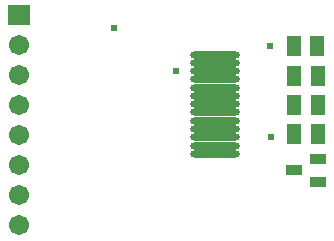
<source format=gbs>
G04*
G04 #@! TF.GenerationSoftware,Altium Limited,Altium Designer,20.0.13 (296)*
G04*
G04 Layer_Color=16711935*
%FSLAX24Y24*%
%MOIN*%
G70*
G01*
G75*
%ADD12C,0.0671*%
%ADD13R,0.0749X0.0671*%
%ADD14C,0.0240*%
%ADD22O,0.1655X0.0237*%
%ADD23R,0.0474X0.0690*%
%ADD24R,0.0572X0.0356*%
D12*
X571Y2386D02*
D03*
Y3386D02*
D03*
Y4386D02*
D03*
Y5386D02*
D03*
Y6386D02*
D03*
Y7386D02*
D03*
Y8386D02*
D03*
D13*
Y9386D02*
D03*
D14*
X5807Y7510D02*
D03*
X8937Y8356D02*
D03*
X8957Y5315D02*
D03*
X3740Y8957D02*
D03*
D22*
X7087Y4764D02*
D03*
Y5039D02*
D03*
Y5315D02*
D03*
Y5591D02*
D03*
Y5866D02*
D03*
Y6142D02*
D03*
Y6417D02*
D03*
Y6693D02*
D03*
Y6969D02*
D03*
Y7244D02*
D03*
Y7520D02*
D03*
Y7795D02*
D03*
Y8071D02*
D03*
D23*
X9724Y8356D02*
D03*
X10512D02*
D03*
X10531Y6398D02*
D03*
X9744D02*
D03*
X10531Y5413D02*
D03*
X9744D02*
D03*
X9744Y7372D02*
D03*
X10532D02*
D03*
D24*
X9744Y4213D02*
D03*
X10531Y3839D02*
D03*
Y4587D02*
D03*
M02*

</source>
